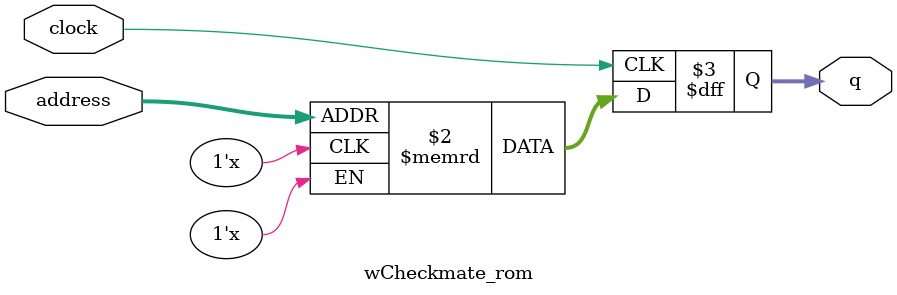
<source format=sv>
module wCheckmate_rom (
	input logic clock,
	input logic [11:0] address,
	output logic [1:0] q
);

logic [1:0] memory [0:3599] /* synthesis ram_init_file = "./wCheckmate/wCheckmate.COE" */;

always_ff @ (posedge clock) begin
	q <= memory[address];
end

endmodule

</source>
